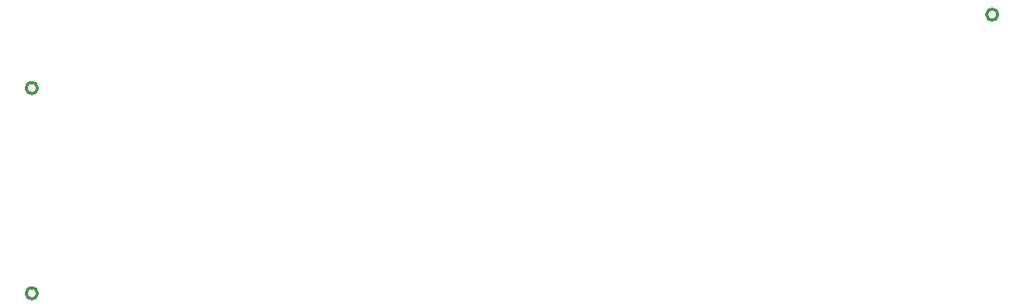
<source format=gbr>
G04 #@! TF.GenerationSoftware,KiCad,Pcbnew,5.1.10-6.fc33*
G04 #@! TF.CreationDate,2021-10-13T18:18:04+02:00*
G04 #@! TF.ProjectId,wled-controller,776c6564-2d63-46f6-9e74-726f6c6c6572,rev?*
G04 #@! TF.SameCoordinates,Original*
G04 #@! TF.FileFunction,Other,ECO1*
%FSLAX46Y46*%
G04 Gerber Fmt 4.6, Leading zero omitted, Abs format (unit mm)*
G04 Created by KiCad (PCBNEW 5.1.10-6.fc33) date 2021-10-13 18:18:04*
%MOMM*%
%LPD*%
G01*
G04 APERTURE LIST*
%ADD10C,0.350000*%
G04 APERTURE END LIST*
D10*
G04 #@! TO.C,REF\u002A\u002A*
X170575000Y-72000000D02*
G75*
G03*
X170575000Y-72000000I-575000J0D01*
G01*
G04 #@! TD*
G04 #@! TO.C,REF\u002A\u002A*
X72575000Y-79500000D02*
G75*
G03*
X72575000Y-79500000I-575000J0D01*
G01*
G04 #@! TD*
G04 #@! TO.C,REF\u002A\u002A*
X72575000Y-100500000D02*
G75*
G03*
X72575000Y-100500000I-575000J0D01*
G01*
G04 #@! TD*
M02*

</source>
